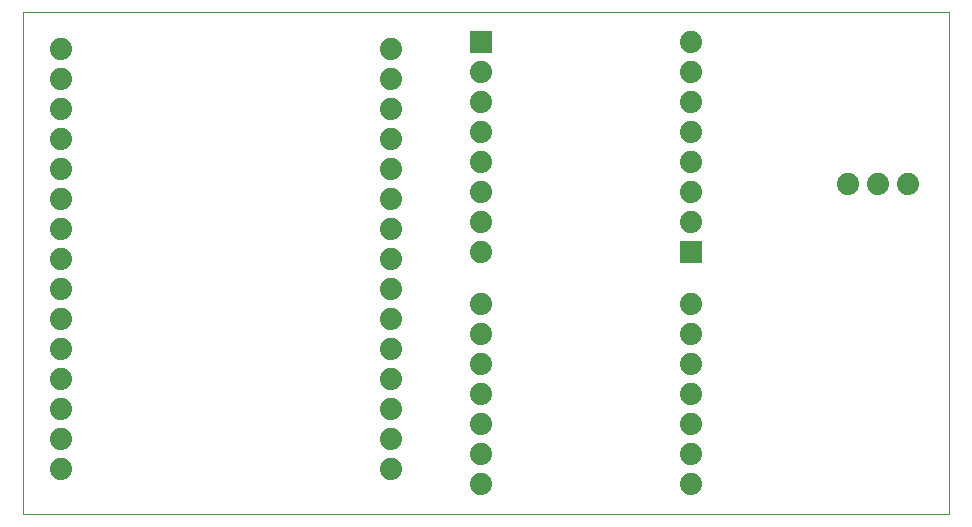
<source format=gbl>
G75*
%MOIN*%
%OFA0B0*%
%FSLAX25Y25*%
%IPPOS*%
%LPD*%
%AMOC8*
5,1,8,0,0,1.08239X$1,22.5*
%
%ADD10C,0.00000*%
%ADD11C,0.07400*%
%ADD12R,0.07400X0.07400*%
D10*
X0001000Y0001800D02*
X0001000Y0169261D01*
X0309701Y0169261D01*
X0309701Y0001800D01*
X0001000Y0001800D01*
D11*
X0013500Y0016800D03*
X0013500Y0026800D03*
X0013500Y0036800D03*
X0013500Y0046800D03*
X0013500Y0056800D03*
X0013500Y0066800D03*
X0013500Y0076800D03*
X0013500Y0086800D03*
X0013500Y0096800D03*
X0013500Y0106800D03*
X0013500Y0116800D03*
X0013500Y0126800D03*
X0013500Y0136800D03*
X0013500Y0146800D03*
X0013500Y0156800D03*
X0123500Y0156800D03*
X0123500Y0146800D03*
X0123500Y0136800D03*
X0123500Y0126800D03*
X0123500Y0116800D03*
X0123500Y0106800D03*
X0123500Y0096800D03*
X0123500Y0086800D03*
X0123500Y0076800D03*
X0123500Y0066800D03*
X0123500Y0056800D03*
X0123500Y0046800D03*
X0123500Y0036800D03*
X0123500Y0026800D03*
X0123500Y0016800D03*
X0153500Y0011800D03*
X0153500Y0021800D03*
X0153500Y0031800D03*
X0153500Y0041800D03*
X0153500Y0051800D03*
X0153500Y0061800D03*
X0153500Y0071800D03*
X0153500Y0089300D03*
X0153500Y0099300D03*
X0153500Y0109300D03*
X0153500Y0119300D03*
X0153500Y0129300D03*
X0153500Y0139300D03*
X0153500Y0149300D03*
X0223500Y0149300D03*
X0223500Y0139300D03*
X0223500Y0129300D03*
X0223500Y0119300D03*
X0223500Y0109300D03*
X0223500Y0099300D03*
X0223500Y0071800D03*
X0223500Y0061800D03*
X0223500Y0051800D03*
X0223500Y0041800D03*
X0223500Y0031800D03*
X0223500Y0021800D03*
X0223500Y0011800D03*
X0276000Y0111800D03*
X0286000Y0111800D03*
X0296000Y0111800D03*
X0223500Y0159300D03*
D12*
X0153500Y0159300D03*
X0223500Y0089300D03*
M02*

</source>
